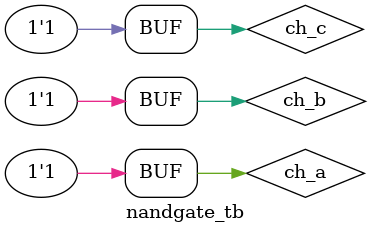
<source format=sv>
module nandgate_tb();
  
  logic ch_a;
  logic ch_b;
  logic ch_c;
  logic led_d;
  
  nandgate nandg(
    .a(ch_a),
    .b(ch_b),
    .c(ch_c),
    .d(led_d)
  );
  
  initial begin
    
    $monitor(
      $time,
      "\nchaveA = ",
      ch_a,
      "\nchaveB = ", 
      ch_b,
      "\nchaveC = ", 
      ch_c,
      "\noutput = ",
      led_d,
      "\n"
    );
    
    ch_a = 0;
    ch_b = 0;
    ch_c = 0;
    
    #5
    ch_a = 0;
    ch_b = 0;
    ch_c = 1;
    
    #5
    ch_a = 0;
    ch_b = 1;
    ch_c = 0;
    
    #5
    ch_a = 0;
    ch_b = 1;
    ch_c = 1;
    
    #5
    ch_a = 1;
    ch_b = 0;
    ch_c = 0;
    
    #5
    ch_a = 1;
    ch_b = 0;
    ch_c = 1;
    
    #5
    ch_a = 1;
    ch_b = 1;
    ch_c = 0;
    
    #5
    ch_a = 1;
    ch_b = 1;
    ch_c = 1;
    
    #5
    $display("End sim");
  end
  
endmodule

</source>
